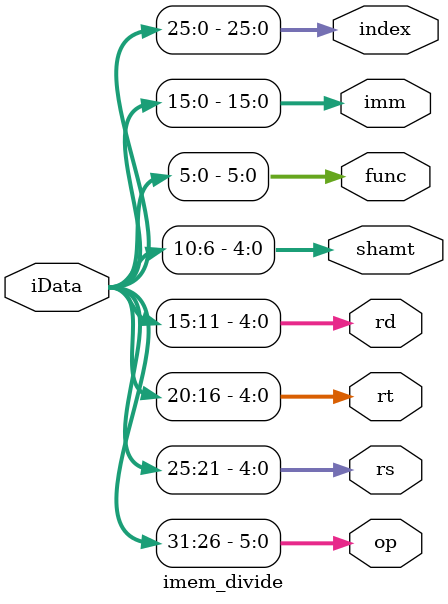
<source format=v>
`timescale 1ns / 1ps


module imem_divide(
    input   [31:0]  iData,
    output  [5:0] op,
    output  [4:0] rs,
    output  [4:0] rt,
    output  [4:0] rd,
    output  [4:0]  shamt,
    output  [5:0]   func,
    output  [15:0]  imm,
    output  [25:0]  index
    );
assign  op      = iData[31:26];
assign  rs      = iData[25:21];
assign  rt      = iData[20:16];
assign  rd      = iData[15:11];
assign  shamt   = iData[10:6];
assign  func    = iData[5:0];
assign  imm     = iData[15:0];
assign  index   = iData[25:0];
endmodule

</source>
